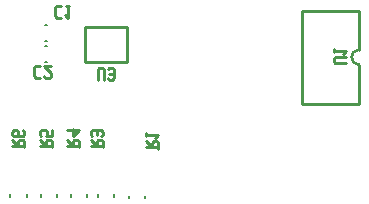
<source format=gbr>
G04 start of page 8 for group -4078 idx -4078 *
G04 Title: (unknown), bottomsilk *
G04 Creator: pcb 20091103 *
G04 CreationDate: Sun 10 Apr 2011 10:44:47 AM GMT UTC *
G04 For: gjhurlbu *
G04 Format: Gerber/RS-274X *
G04 PCB-Dimensions: 600000 500000 *
G04 PCB-Coordinate-Origin: lower left *
%MOIN*%
%FSLAX25Y25*%
%LNBACKSILK*%
%ADD11C,0.0100*%
%ADD29C,0.0080*%
G54D11*X156000Y378000D02*Y365000D01*
Y360000D02*Y347000D01*
X137000Y378000D02*X156000D01*
X137000D02*Y347000D01*
X156000D01*
Y365000D02*G75*G03X156000Y360000I0J-2500D01*G01*
G54D29*X39638Y316850D02*Y316064D01*
X45148Y316850D02*Y316064D01*
X49852Y316850D02*Y316064D01*
X55362Y316850D02*Y316064D01*
X59852Y316850D02*Y316064D01*
X65362Y316850D02*Y316064D01*
X84755Y316393D02*Y315607D01*
X79245Y316393D02*Y315607D01*
X68852Y316064D02*Y316850D01*
X74362Y316064D02*Y316850D01*
G54D11*X64635Y372686D02*X78535D01*
Y360886D01*
X64635D02*X78535D01*
X64635Y372686D02*Y360886D01*
G54D29*X51337Y373353D02*X52123D01*
X51337Y367843D02*X52123D01*
X51337Y366353D02*X52123D01*
X51337Y360843D02*X52123D01*
G54D11*X148000Y360500D02*X151500D01*
X148000D02*X147500Y361000D01*
Y362000D01*
X148000Y362500D01*
X151500D01*
X147500Y364201D02*Y365201D01*
Y364701D02*X151500D01*
X150500Y363701D02*X151500Y364701D01*
X44393Y332457D02*Y334457D01*
X43893Y334957D01*
X42893D02*X43893D01*
X42393Y334457D02*X42893Y334957D01*
X42393Y332957D02*Y334457D01*
X40393Y332957D02*X44393D01*
X42393D02*X40393Y334957D01*
X44393Y337658D02*X43893Y338158D01*
X44393Y336658D02*Y337658D01*
X43893Y336158D02*X44393Y336658D01*
X40893Y336158D02*X43893D01*
X40893D02*X40393Y336658D01*
X42393Y337658D02*X41893Y338158D01*
X42393Y336158D02*Y337658D01*
X40393Y336658D02*Y337658D01*
X40893Y338158D01*
X41893D01*
X53607Y332457D02*Y334457D01*
X53107Y334957D01*
X52107D02*X53107D01*
X51607Y334457D02*X52107Y334957D01*
X51607Y332957D02*Y334457D01*
X49607Y332957D02*X53607D01*
X51607D02*X49607Y334957D01*
X53607Y336158D02*Y338158D01*
X51607Y336158D02*X53607D01*
X51607D02*X52107Y336658D01*
Y337658D01*
X51607Y338158D01*
X50107D02*X51607D01*
X49607Y337658D02*X50107Y338158D01*
X49607Y336658D02*Y337658D01*
X50107Y336158D02*X49607Y336658D01*
X55230Y379598D02*X56730D01*
X54730Y379098D02*X55230Y379598D01*
X54730Y376098D02*Y379098D01*
Y376098D02*X55230Y375598D01*
X56730D01*
X58431Y379598D02*X59431D01*
X58931Y375598D02*Y379598D01*
X57931Y376598D02*X58931Y375598D01*
X48230Y359598D02*X49730D01*
X47730Y359098D02*X48230Y359598D01*
X47730Y356098D02*Y359098D01*
Y356098D02*X48230Y355598D01*
X49730D01*
X50931Y356098D02*X51431Y355598D01*
X52931D01*
X53431Y356098D01*
Y357098D01*
X50931Y359598D02*X53431Y357098D01*
X50931Y359598D02*X53431D01*
X68959Y355016D02*Y358516D01*
X69459Y359016D01*
X70459D01*
X70959Y358516D01*
Y355016D02*Y358516D01*
X72160Y355516D02*X72660Y355016D01*
X73660D01*
X74160Y355516D01*
Y358516D01*
X73660Y359016D02*X74160Y358516D01*
X72660Y359016D02*X73660D01*
X72160Y358516D02*X72660Y359016D01*
Y357016D02*X74160D01*
X62607Y332457D02*Y334457D01*
X62107Y334957D01*
X61107D02*X62107D01*
X60607Y334457D02*X61107Y334957D01*
X60607Y332957D02*Y334457D01*
X58607Y332957D02*X62607D01*
X60607D02*X58607Y334957D01*
X60607Y336158D02*X62607Y338158D01*
X60607Y336158D02*Y338658D01*
X58607Y338158D02*X62607D01*
X70607Y332457D02*Y334457D01*
X70107Y334957D01*
X69107D02*X70107D01*
X68607Y334457D02*X69107Y334957D01*
X68607Y332957D02*Y334457D01*
X66607Y332957D02*X70607D01*
X68607D02*X66607Y334957D01*
X70107Y336158D02*X70607Y336658D01*
Y337658D01*
X70107Y338158D01*
X67107D02*X70107D01*
X66607Y337658D02*X67107Y338158D01*
X66607Y336658D02*Y337658D01*
X67107Y336158D02*X66607Y336658D01*
X68607D02*Y338158D01*
X89000Y332000D02*Y334000D01*
X88500Y334500D01*
X87500D02*X88500D01*
X87000Y334000D02*X87500Y334500D01*
X87000Y332500D02*Y334000D01*
X85000Y332500D02*X89000D01*
X87000D02*X85000Y334500D01*
Y336201D02*Y337201D01*
Y336701D02*X89000D01*
X88000Y335701D02*X89000Y336701D01*
M02*

</source>
